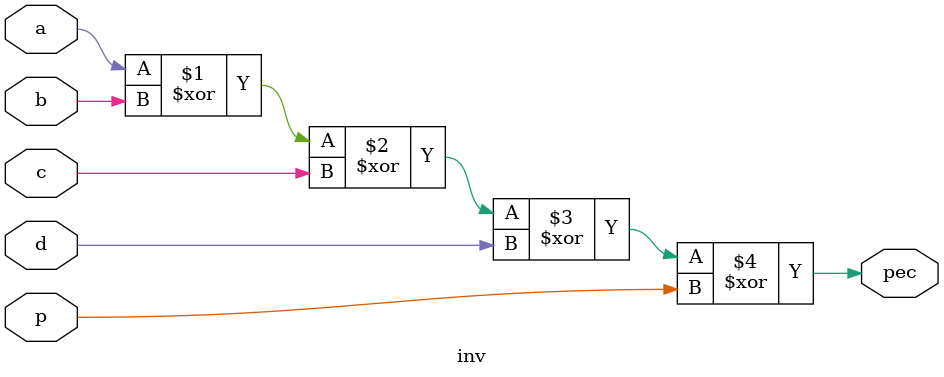
<source format=v>
`timescale 1ns / 1ps

module inv(
    input a,
    input b,
    input c,
    input d,
    input p,
    output pec
);
    
assign pec = (a^b^c^d^p);
endmodule
</source>
